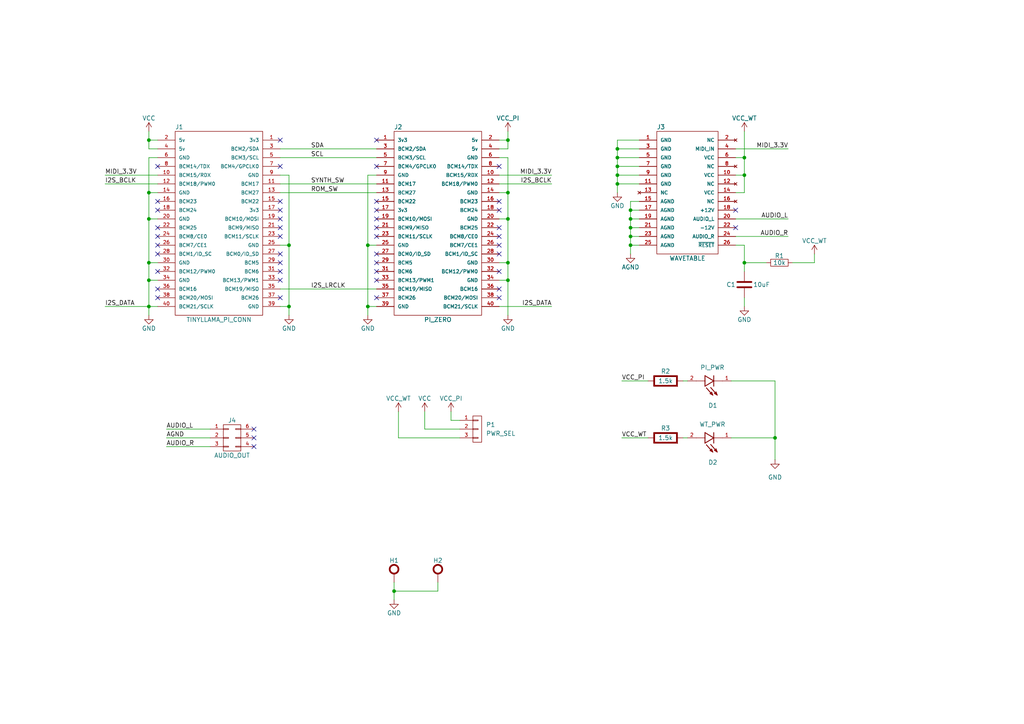
<source format=kicad_sch>
(kicad_sch (version 20231120) (generator "eeschema") (generator_version "8.0")
  (paper "A4")
  (lib_symbols
    (symbol "LTST-S220KSKT_1" (pin_names (offset 1.016))
      (property "Reference" "D1" (at -0.254 7.112 0))
      (property "Value" "PI_PWR" (at -0.381 -3.914 0))
      (symbol "LTST-S220KSKT_1_0_0"
        (polyline (pts (xy -2.54 -1.524) (xy 0 0)) (stroke (width 0.254)))
        (polyline (pts (xy -2.54 0) (xy -5.08 0)) (stroke (width 0.1524)))
        (polyline (pts (xy -2.54 0) (xy -2.54 -1.524)) (stroke (width 0.254)))
        (polyline (pts (xy -2.54 1.524) (xy -2.54 0)) (stroke (width 0.254)))
        (polyline (pts (xy -0.3556 4.0386) (xy -2.1336 2.0066)) (stroke (width 0.254)))
        (polyline (pts (xy 0 0) (xy -2.54 1.524)) (stroke (width 0.254)))
        (polyline (pts (xy 0 0) (xy 0 -1.524)) (stroke (width 0.254)))
        (polyline (pts (xy 0 1.524) (xy 0 0)) (stroke (width 0.254)))
        (polyline (pts (xy 0.889 3.937) (xy -0.889 1.905)) (stroke (width 0.254)))
        (polyline (pts (xy 2.54 0) (xy 0 0)) (stroke (width 0.1524)))
        (polyline (pts (xy -1.143 3.683) (xy -0.5715 3.175) (xy -0.1905 4.191) (xy -1.143 3.683)) (stroke (width 0.1524)) (fill (type outline)))
        (polyline (pts (xy 0.127 3.6195) (xy 0.6985 3.1115) (xy 1.0795 4.191) (xy 0.127 3.6195)) (stroke (width 0.1524)) (fill (type outline)))
      )
      (symbol "LTST-S220KSKT_1_1_0"
        (pin passive line (at 5.08 0 180) (length 2.54) (name "") (number "1"))
        (pin passive line (at -7.62 0 0) (length 2.54) (name "~") (number "2"))
      )
    )
    (symbol "PCM_Elektuur:R" (pin_numbers hide) (pin_names (offset 0) hide)
      (property "Reference" "R" (at 2.54 3.175 0))
      (property "Value" "R" (at 0 0 90))
      (symbol "R_1_1"
        (polyline (pts (xy -1.524 -3.429) (xy 1.524 -3.429) (xy 1.524 3.429) (xy -1.524 3.429) (xy -1.524 -3.429) (xy -1.27 -3.175) (xy -1.27 3.175) (xy 1.27 3.175) (xy 1.27 -3.175) (xy -1.27 -3.175) (xy -1.524 -3.429)) (stroke (width 0.254)) (fill (type outline)))
        (pin passive line (at 0 5.08 270) (length 1.651) (name "+") (number "1"))
        (pin passive line (at 0 -5.08 90) (length 1.651) (name "-") (number "2"))
      )
      (symbol "R_1_2"
        (polyline (pts (xy -0.508 -3.429) (xy 1.524 -3.429) (xy 1.524 3.429) (xy -0.508 3.429) (xy -0.508 3.175) (xy 1.27 3.175) (xy 1.27 -3.175) (xy -0.508 -3.175) (xy -0.508 -3.429)) (stroke (width 0.254)) (fill (type outline)))
        (pin passive line (at 0 5.08 270) (length 1.651) (name "+") (number "1"))
        (pin passive line (at 0 -5.08 90) (length 1.651) (name "-") (number "2"))
      )
      (symbol "R_1_3"
        (polyline (pts (xy 0 3.4798) (xy 0 3.2004) (xy 0.7112 2.794) (xy -1.1938 1.6764) (xy 0.7112 0.5588) (xy -1.1938 -0.5588) (xy 0.7112 -1.6764) (xy -1.1938 -2.794) (xy 0 -3.4798) (xy 0 -3.2004) (xy -0.7112 -2.794) (xy 1.1938 -1.6764) (xy -0.7112 -0.5588) (xy 1.1938 0.5588) (xy -0.7112 1.6764) (xy 1.1938 2.794) (xy 0 3.4798)) (stroke (width 0.254)) (fill (type outline)))
        (pin passive line (at 0 5.08 270) (length 1.6002) (name "+") (number "1"))
        (pin passive line (at 0 -5.08 90) (length 1.6002) (name "-") (number "2"))
      )
      (symbol "R_1_4"
        (polyline (pts (xy 0 4.5466) (xy 0 4.2672) (xy 0.0508 4.2418) (xy 1.016 3.683) (xy -1.524 2.2098) (xy 1.016 0.7366) (xy -1.524 -0.7366) (xy 1.016 -2.2098) (xy -1.524 -3.683) (xy -0.0762 -4.5212) (xy 0 -4.5466) (xy 0 -4.2672) (xy -0.0508 -4.2418) (xy -1.016 -3.683) (xy 1.524 -2.2098) (xy -1.016 -0.7366) (xy 1.524 0.7366) (xy -1.016 2.2098) (xy 1.524 3.683) (xy 0.0762 4.5212) (xy 0 4.5466)) (stroke (width 0.254)) (fill (type outline)))
        (pin passive line (at 0 5.08 270) (length 0.5334) (name "+") (number "1"))
        (pin passive line (at 0 -5.08 90) (length 0.5334) (name "-") (number "2"))
      )
    )
    (symbol "SnipE Symbol Library:LTST-S220KSKT" (pin_names (offset 1.016))
      (property "Reference" "D1" (at -0.254 7.112 0))
      (property "Value" "PI_PWR" (at -0.381 -3.914 0))
      (symbol "LTST-S220KSKT_0_0"
        (polyline (pts (xy -2.54 -1.524) (xy 0 0)) (stroke (width 0.254)))
        (polyline (pts (xy -2.54 0) (xy -5.08 0)) (stroke (width 0.1524)))
        (polyline (pts (xy -2.54 0) (xy -2.54 -1.524)) (stroke (width 0.254)))
        (polyline (pts (xy -2.54 1.524) (xy -2.54 0)) (stroke (width 0.254)))
        (polyline (pts (xy -0.3556 4.0386) (xy -2.1336 2.0066)) (stroke (width 0.254)))
        (polyline (pts (xy 0 0) (xy -2.54 1.524)) (stroke (width 0.254)))
        (polyline (pts (xy 0 0) (xy 0 -1.524)) (stroke (width 0.254)))
        (polyline (pts (xy 0 1.524) (xy 0 0)) (stroke (width 0.254)))
        (polyline (pts (xy 0.889 3.937) (xy -0.889 1.905)) (stroke (width 0.254)))
        (polyline (pts (xy 2.54 0) (xy 0 0)) (stroke (width 0.1524)))
        (polyline (pts (xy -1.143 3.683) (xy -0.5715 3.175) (xy -0.1905 4.191) (xy -1.143 3.683)) (stroke (width 0.1524)) (fill (type outline)))
        (polyline (pts (xy 0.127 3.6195) (xy 0.6985 3.1115) (xy 1.0795 4.191) (xy 0.127 3.6195)) (stroke (width 0.1524)) (fill (type outline)))
      )
      (symbol "LTST-S220KSKT_1_0"
        (pin passive line (at 5.08 0 180) (length 2.54) (name "") (number "1"))
        (pin passive line (at -7.62 0 0) (length 2.54) (name "~") (number "2"))
      )
    )
    (symbol "SnipE Symbol Library:P_CONN_01X03" (pin_names (offset 1.016))
      (property "Reference" "P" (at 0 5.08 0))
      (property "Value" "P_CONN_01X03" (at 2.54 0 90))
      (symbol "P_CONN_01X03_0_1"
        (rectangle (start -1.27 3.81) (end 1.27 -3.81) (stroke (width 0.1524)))
      )
      (symbol "P_CONN_01X03_1_1"
        (rectangle (start -1.27 -2.413) (end 0.254 -2.667))
        (rectangle (start -1.27 0.127) (end 0.254 -0.127))
        (rectangle (start -1.27 2.667) (end 0.254 2.413))
        (pin passive line (at -5.08 2.54 0) (length 3.81) (name "~") (number "1"))
        (pin passive line (at -5.08 0 0) (length 3.81) (name "~") (number "2"))
        (pin passive line (at -5.08 -2.54 0) (length 3.81) (name "~") (number "3"))
      )
    )
    (symbol "llama_shared:AGND" (power) (pin_names (offset 0))
      (property "Value" "AGND" (at 0 -3.81 0))
      (symbol "AGND_1_1"
        (polyline (pts (xy 0 0) (xy 0 -1.27) (xy 1.27 -1.27) (xy 0 -2.54) (xy -1.27 -1.27) (xy 0 -1.27)))
        (pin power_in line (at 0 0 270) (length 0) hide (name "AGND") (number "1"))
      )
    )
    (symbol "llama_shared:C" (pin_numbers hide) (pin_names (offset 1.016))
      (property "Reference" "C" (at 2.54 -1.27 0))
      (property "Value" "C" (at 2.54 1.27 0))
      (symbol "C_1_1"
        (polyline (pts (xy -2.032 -0.762) (xy 2.032 -0.762)) (stroke (width 0.508)))
        (polyline (pts (xy -2.032 0.762) (xy 2.032 0.762)) (stroke (width 0.508)))
        (pin passive line (at 0 3.81 270) (length 2.794) (name "~") (number "1"))
        (pin passive line (at 0 -3.81 90) (length 2.794) (name "~") (number "2"))
      )
    )
    (symbol "llama_shared:GND" (power) (pin_names (offset 0))
      (property "Value" "GND" (at 0 -3.81 0))
      (symbol "GND_1_1"
        (polyline (pts (xy 0 0) (xy 0 -1.27) (xy 1.27 -1.27) (xy 0 -2.54) (xy -1.27 -1.27) (xy 0 -1.27)))
        (pin power_in line (at 0 0 270) (length 0) hide (name "GND") (number "1"))
      )
    )
    (symbol "llama_shared:H_HOLE" (pin_numbers hide) (pin_names (offset 1.016) hide)
      (property "Reference" "H" (at 0 2.54 0))
      (property "Value" "H_HOLE" (at 0 -8.89 0))
      (symbol "H_HOLE_1_1"
        (circle (center 0 0) (radius 1.27) (stroke (width 0.508)))
        (pin passive line (at 0 -3.81 90) (length 2.54) (name "1") (number "1"))
      )
    )
    (symbol "llama_shared:J_PI_ZERO" (pin_names (offset 1.016))
      (property "Reference" "J" (at -11.43 27.94 0))
      (property "Value" "J_PI_ZERO" (at 0 -27.94 0))
      (symbol "J_PI_ZERO_1_1"
        (rectangle (start -12.7 26.67) (end 12.7 -26.67))
        (pin passive line (at -17.78 24.13 0) (length 5.08) (name "3v3") (number "1"))
        (pin passive line (at 17.78 13.97 180) (length 5.08) (name "BCM15/RDX") (number "10"))
        (pin passive line (at -17.78 11.43 0) (length 5.08) (name "BCM17") (number "11"))
        (pin passive line (at 17.78 11.43 180) (length 5.08) (name "BCM18/PWM0") (number "12"))
        (pin passive line (at -17.78 8.89 0) (length 5.08) (name "BCM27") (number "13"))
        (pin passive line (at 17.78 8.89 180) (length 5.08) (name "GND") (number "14"))
        (pin passive line (at -17.78 6.35 0) (length 5.08) (name "BCM22") (number "15"))
        (pin passive line (at 17.78 6.35 180) (length 5.08) (name "BCM23") (number "16"))
        (pin passive line (at -17.78 3.81 0) (length 5.08) (name "3v3") (number "17"))
        (pin passive line (at 17.78 3.81 180) (length 5.08) (name "BCM24") (number "18"))
        (pin passive line (at -17.78 1.27 0) (length 5.08) (name "BCM10/MOSI") (number "19"))
        (pin passive line (at 17.78 24.13 180) (length 5.08) (name "5v") (number "2"))
        (pin passive line (at 17.78 1.27 180) (length 5.08) (name "GND") (number "20"))
        (pin passive line (at -17.78 -1.27 0) (length 5.08) (name "BCM9/MISO") (number "21"))
        (pin passive line (at 17.78 -1.27 180) (length 5.08) (name "BCM25") (number "22"))
        (pin passive line (at -17.78 -3.81 0) (length 5.08) (name "BCM11/SCLK") (number "23"))
        (pin passive line (at 17.78 -3.81 180) (length 5.08) (name "BCM8/CE0") (number "24"))
        (pin passive line (at -17.78 -6.35 0) (length 5.08) (name "GND") (number "25"))
        (pin passive line (at 17.78 -6.35 180) (length 5.08) (name "BCM7/CE1") (number "26"))
        (pin passive line (at -17.78 -8.89 0) (length 5.08) (name "BCM0/ID_SD") (number "27"))
        (pin passive line (at 17.78 -8.89 180) (length 5.08) (name "BCM1/ID_SC") (number "28"))
        (pin passive line (at -17.78 -11.43 0) (length 5.08) (name "BCM5") (number "29"))
        (pin passive line (at -17.78 21.59 0) (length 5.08) (name "BCM2/SDA") (number "3"))
        (pin passive line (at 17.78 -11.43 180) (length 5.08) (name "GND") (number "30"))
        (pin passive line (at -17.78 -13.97 0) (length 5.08) (name "BCM6") (number "31"))
        (pin passive line (at 17.78 -13.97 180) (length 5.08) (name "BCM12/PWM0") (number "32"))
        (pin passive line (at -17.78 -16.51 0) (length 5.08) (name "BCM13/PWM1") (number "33"))
        (pin passive line (at 17.78 -16.51 180) (length 5.08) (name "GND") (number "34"))
        (pin passive line (at -17.78 -19.05 0) (length 5.08) (name "BCM19/MISO") (number "35"))
        (pin passive line (at 17.78 -19.05 180) (length 5.08) (name "BCM16") (number "36"))
        (pin passive line (at -17.78 -21.59 0) (length 5.08) (name "BCM26") (number "37"))
        (pin passive line (at 17.78 -21.59 180) (length 5.08) (name "BCM20/MOSI") (number "38"))
        (pin passive line (at -17.78 -24.13 0) (length 5.08) (name "GND") (number "39"))
        (pin passive line (at 17.78 21.59 180) (length 5.08) (name "5v") (number "4"))
        (pin passive line (at 17.78 -24.13 180) (length 5.08) (name "BCM21/SCLK") (number "40"))
        (pin passive line (at -17.78 19.05 0) (length 5.08) (name "BCM3/SCL") (number "5"))
        (pin passive line (at 17.78 19.05 180) (length 5.08) (name "GND") (number "6"))
        (pin passive line (at -17.78 16.51 0) (length 5.08) (name "BCM4/GPCLK0") (number "7"))
        (pin passive line (at 17.78 16.51 180) (length 5.08) (name "BCM14/TDX") (number "8"))
        (pin passive line (at -17.78 13.97 0) (length 5.08) (name "GND") (number "9"))
      )
    )
    (symbol "llama_shared:J_PI_ZERO_MIRRORED" (pin_names (offset 1.016))
      (property "Reference" "J" (at -11.43 27.94 0))
      (property "Value" "J_PI_ZERO_MIRRORED" (at 0 -27.94 0))
      (symbol "J_PI_ZERO_MIRRORED_1_1"
        (rectangle (start -12.7 26.67) (end 12.7 -26.67))
        (pin passive line (at 17.78 24.13 180) (length 5.08) (name "3v3") (number "1"))
        (pin passive line (at -17.78 13.97 0) (length 5.08) (name "BCM15/RDX") (number "10"))
        (pin passive line (at 17.78 11.43 180) (length 5.08) (name "BCM17") (number "11"))
        (pin passive line (at -17.78 11.43 0) (length 5.08) (name "BCM18/PWM0") (number "12"))
        (pin passive line (at 17.78 8.89 180) (length 5.08) (name "BCM27") (number "13"))
        (pin passive line (at -17.78 8.89 0) (length 5.08) (name "GND") (number "14"))
        (pin passive line (at 17.78 6.35 180) (length 5.08) (name "BCM22") (number "15"))
        (pin passive line (at -17.78 6.35 0) (length 5.08) (name "BCM23") (number "16"))
        (pin passive line (at 17.78 3.81 180) (length 5.08) (name "3v3") (number "17"))
        (pin passive line (at -17.78 3.81 0) (length 5.08) (name "BCM24") (number "18"))
        (pin passive line (at 17.78 1.27 180) (length 5.08) (name "BCM10/MOSI") (number "19"))
        (pin passive line (at -17.78 24.13 0) (length 5.08) (name "5v") (number "2"))
        (pin passive line (at -17.78 1.27 0) (length 5.08) (name "GND") (number "20"))
        (pin passive line (at 17.78 -1.27 180) (length 5.08) (name "BCM9/MISO") (number "21"))
        (pin passive line (at -17.78 -1.27 0) (length 5.08) (name "BCM25") (number "22"))
        (pin passive line (at 17.78 -3.81 180) (length 5.08) (name "BCM11/SCLK") (number "23"))
        (pin passive line (at -17.78 -3.81 0) (length 5.08) (name "BCM8/CE0") (number "24"))
        (pin passive line (at 17.78 -6.35 180) (length 5.08) (name "GND") (number "25"))
        (pin passive line (at -17.78 -6.35 0) (length 5.08) (name "BCM7/CE1") (number "26"))
        (pin passive line (at 17.78 -8.89 180) (length 5.08) (name "BCM0/ID_SD") (number "27"))
        (pin passive line (at -17.78 -8.89 0) (length 5.08) (name "BCM1/ID_SC") (number "28"))
        (pin passive line (at 17.78 -11.43 180) (length 5.08) (name "BCM5") (number "29"))
        (pin passive line (at 17.78 21.59 180) (length 5.08) (name "BCM2/SDA") (number "3"))
        (pin passive line (at -17.78 -11.43 0) (length 5.08) (name "GND") (number "30"))
        (pin passive line (at 17.78 -13.97 180) (length 5.08) (name "BCM6") (number "31"))
        (pin passive line (at -17.78 -13.97 0) (length 5.08) (name "BCM12/PWM0") (number "32"))
        (pin passive line (at 17.78 -16.51 180) (length 5.08) (name "BCM13/PWM1") (number "33"))
        (pin passive line (at -17.78 -16.51 0) (length 5.08) (name "GND") (number "34"))
        (pin passive line (at 17.78 -19.05 180) (length 5.08) (name "BCM19/MISO") (number "35"))
        (pin passive line (at -17.78 -19.05 0) (length 5.08) (name "BCM16") (number "36"))
        (pin passive line (at 17.78 -21.59 180) (length 5.08) (name "BCM26") (number "37"))
        (pin passive line (at -17.78 -21.59 0) (length 5.08) (name "BCM20/MOSI") (number "38"))
        (pin passive line (at 17.78 -24.13 180) (length 5.08) (name "GND") (number "39"))
        (pin passive line (at -17.78 21.59 0) (length 5.08) (name "5v") (number "4"))
        (pin passive line (at -17.78 -24.13 0) (length 5.08) (name "BCM21/SCLK") (number "40"))
        (pin passive line (at 17.78 19.05 180) (length 5.08) (name "BCM3/SCL") (number "5"))
        (pin passive line (at -17.78 19.05 0) (length 5.08) (name "GND") (number "6"))
        (pin passive line (at 17.78 16.51 180) (length 5.08) (name "BCM4/GPCLK0") (number "7"))
        (pin passive line (at -17.78 16.51 0) (length 5.08) (name "BCM14/TDX") (number "8"))
        (pin passive line (at 17.78 13.97 180) (length 5.08) (name "GND") (number "9"))
      )
    )
    (symbol "llama_shared:J_WAVETABLE" (pin_names (offset 1.016))
      (property "Reference" "J" (at -7.62 19.05 0))
      (property "Value" "J_WAVETABLE" (at 0 -19.05 0))
      (symbol "J_WAVETABLE_1_1"
        (rectangle (start -8.89 17.78) (end 8.89 -17.78))
        (pin passive line (at -13.97 15.24 0) (length 5.08) (name "GND") (number "1"))
        (pin passive line (at 13.97 5.08 180) (length 5.08) (name "VCC") (number "10"))
        (pin passive line (at -13.97 2.54 0) (length 5.08) (name "GND") (number "11"))
        (pin no_connect line (at 13.97 2.54 180) (length 5.08) (name "NC") (number "12"))
        (pin no_connect line (at -13.97 0 0) (length 5.08) (name "NC") (number "13"))
        (pin passive line (at 13.97 0 180) (length 5.08) (name "VCC") (number "14"))
        (pin passive line (at -13.97 -2.54 0) (length 5.08) (name "AGND") (number "15"))
        (pin no_connect line (at 13.97 -2.54 180) (length 5.08) (name "NC") (number "16"))
        (pin passive line (at -13.97 -5.08 0) (length 5.08) (name "AGND") (number "17"))
        (pin passive line (at 13.97 -5.08 180) (length 5.08) (name "+12V") (number "18"))
        (pin passive line (at -13.97 -7.62 0) (length 5.08) (name "AGND") (number "19"))
        (pin no_connect line (at 13.97 15.24 180) (length 5.08) (name "NC") (number "2"))
        (pin passive line (at 13.97 -7.62 180) (length 5.08) (name "AUDIO_L") (number "20"))
        (pin passive line (at -13.97 -10.16 0) (length 5.08) (name "AGND") (number "21"))
        (pin passive line (at 13.97 -10.16 180) (length 5.08) (name "-12V") (number "22"))
        (pin passive line (at -13.97 -12.7 0) (length 5.08) (name "AGND") (number "23"))
        (pin passive line (at 13.97 -12.7 180) (length 5.08) (name "AUDIO_R") (number "24"))
        (pin passive line (at -13.97 -15.24 0) (length 5.08) (name "AGND") (number "25"))
        (pin passive line (at 13.97 -15.24 180) (length 5.08) (name "~{RESET}") (number "26"))
        (pin passive line (at -13.97 12.7 0) (length 5.08) (name "GND") (number "3"))
        (pin passive line (at 13.97 12.7 180) (length 5.08) (name "MIDI_IN") (number "4"))
        (pin passive line (at -13.97 10.16 0) (length 5.08) (name "GND") (number "5"))
        (pin passive line (at 13.97 10.16 180) (length 5.08) (name "VCC") (number "6"))
        (pin passive line (at -13.97 7.62 0) (length 5.08) (name "GND") (number "7"))
        (pin no_connect line (at 13.97 7.62 180) (length 5.08) (name "NC") (number "8"))
        (pin passive line (at -13.97 5.08 0) (length 5.08) (name "GND") (number "9"))
      )
    )
    (symbol "llama_shared:P_CONN_02X03" (pin_names (offset 1.016))
      (property "Reference" "P" (at -1.27 5.08 0))
      (property "Value" "P_CONN_02X03" (at 0 -5.08 0))
      (symbol "P_CONN_02X03_0_1"
        (rectangle (start -2.54 3.81) (end 2.54 -3.81) (stroke (width 0.1524)))
      )
      (symbol "P_CONN_02X03_1_1"
        (rectangle (start -2.54 -2.413) (end -1.016 -2.667))
        (rectangle (start -2.54 0.127) (end -1.016 -0.127))
        (rectangle (start -2.54 2.667) (end -1.016 2.413))
        (rectangle (start 1.016 -2.413) (end 2.54 -2.667))
        (rectangle (start 1.016 0.127) (end 2.54 -0.127))
        (rectangle (start 1.016 2.667) (end 2.54 2.413))
        (pin passive line (at -6.35 2.54 0) (length 3.81) (name "~") (number "1"))
        (pin passive line (at -6.35 0 0) (length 3.81) (name "~") (number "2"))
        (pin passive line (at -6.35 -2.54 0) (length 3.81) (name "~") (number "3"))
        (pin passive line (at 6.35 -2.54 180) (length 3.81) (name "~") (number "4"))
        (pin passive line (at 6.35 0 180) (length 3.81) (name "~") (number "5"))
        (pin passive line (at 6.35 2.54 180) (length 3.81) (name "~") (number "6"))
      )
    )
    (symbol "llama_shared:R" (pin_numbers hide) (pin_names (offset 0))
      (property "Reference" "R" (at 1.27 1.27 0))
      (property "Value" "R" (at 1.27 -1.27 0))
      (symbol "R_1_1"
        (rectangle (start -1.016 -2.54) (end 1.016 2.54) (stroke (width 0.1524)))
        (pin passive line (at 0 3.81 270) (length 1.27) (name "~") (number "1"))
        (pin passive line (at 0 -3.81 90) (length 1.27) (name "~") (number "2"))
      )
    )
    (symbol "llama_shared:VCC" (power) (pin_names (offset 0))
      (property "Value" "VCC" (at 0 3.81 0))
      (symbol "VCC_1_1"
        (polyline (pts (xy -0.762 1.27) (xy 0 2.54)))
        (polyline (pts (xy 0 0) (xy 0 2.54)))
        (polyline (pts (xy 0 2.54) (xy 0.762 1.27)))
        (pin power_in line (at 0 0 90) (length 0) hide (name "VCC") (number "1"))
      )
    )
    (symbol "llama_shared:VCC_PI" (power) (pin_names (offset 0))
      (property "Value" "VCC_PI" (at 0 3.81 0))
      (symbol "VCC_PI_1_1"
        (polyline (pts (xy -0.762 1.27) (xy 0 2.54)))
        (polyline (pts (xy 0 0) (xy 0 2.54)))
        (polyline (pts (xy 0 2.54) (xy 0.762 1.27)))
        (pin power_in line (at 0 0 90) (length 0) hide (name "VCC_PI") (number "1"))
      )
    )
    (symbol "llama_shared:VCC_WT" (power) (pin_names (offset 0))
      (property "Value" "VCC_WT" (at 0 3.81 0))
      (symbol "VCC_WT_1_1"
        (polyline (pts (xy -0.762 1.27) (xy 0 2.54)))
        (polyline (pts (xy 0 0) (xy 0 2.54)))
        (polyline (pts (xy 0 2.54) (xy 0.762 1.27)))
        (pin power_in line (at 0 0 90) (length 0) hide (name "VCC_WT") (number "1"))
      )
    )
    (symbol "power:GND" (power) (pin_numbers hide) (pin_names (offset 0) hide)
      (property "Value" "GND" (at 0 -3.81 0))
      (symbol "GND_0_1"
        (polyline (pts (xy 0 0) (xy 0 -1.27) (xy 1.27 -1.27) (xy 0 -2.54) (xy -1.27 -1.27) (xy 0 -1.27)))
      )
      (symbol "GND_1_1"
        (pin power_in line (at 0 0 270) (length 0) (name "~") (number "1"))
      )
    )
  )
  (junction (at 182.88 68.58))
  (junction (at 182.88 66.04))
  (junction (at 43.18 81.28))
  (junction (at 83.82 71.12))
  (junction (at 114.3 171.45))
  (junction (at 179.07 50.8))
  (junction (at 224.79 127))
  (junction (at 182.88 71.12))
  (junction (at 182.88 63.5))
  (junction (at 179.07 53.34))
  (junction (at 43.18 40.64))
  (junction (at 179.07 43.18))
  (junction (at 43.18 55.88))
  (junction (at 83.82 88.9))
  (junction (at 147.32 63.5))
  (junction (at 43.18 76.2))
  (junction (at 147.32 81.28))
  (junction (at 215.9 76.2))
  (junction (at 179.07 48.26))
  (junction (at 106.68 88.9))
  (junction (at 43.18 63.5))
  (junction (at 179.07 45.72))
  (junction (at 182.88 60.96))
  (junction (at 147.32 40.64))
  (junction (at 215.9 45.72))
  (junction (at 43.18 88.9))
  (junction (at 106.68 71.12))
  (junction (at 215.9 50.8))
  (junction (at 147.32 76.2))
  (junction (at 147.32 55.88))
  (no_connect (at 109.22 73.66))
  (no_connect (at 73.66 127))
  (no_connect (at 81.28 81.28))
  (no_connect (at 45.72 48.26))
  (no_connect (at 144.78 83.82))
  (no_connect (at 144.78 60.96))
  (no_connect (at 81.28 58.42))
  (no_connect (at 144.78 86.36))
  (no_connect (at 73.66 129.54))
  (no_connect (at 144.78 73.66))
  (no_connect (at 81.28 68.58))
  (no_connect (at 144.78 58.42))
  (no_connect (at 45.72 71.12))
  (no_connect (at 109.22 63.5))
  (no_connect (at 109.22 76.2))
  (no_connect (at 144.78 78.74))
  (no_connect (at 45.72 83.82))
  (no_connect (at 81.28 40.64))
  (no_connect (at 213.36 66.04))
  (no_connect (at 144.78 68.58))
  (no_connect (at 213.36 60.96))
  (no_connect (at 45.72 66.04))
  (no_connect (at 144.78 71.12))
  (no_connect (at 81.28 48.26))
  (no_connect (at 81.28 73.66))
  (no_connect (at 45.72 78.74))
  (no_connect (at 81.28 78.74))
  (no_connect (at 81.28 63.5))
  (no_connect (at 45.72 60.96))
  (no_connect (at 109.22 40.64))
  (no_connect (at 109.22 66.04))
  (no_connect (at 81.28 86.36))
  (no_connect (at 81.28 66.04))
  (no_connect (at 109.22 86.36))
  (no_connect (at 81.28 76.2))
  (no_connect (at 144.78 66.04))
  (no_connect (at 109.22 68.58))
  (no_connect (at 45.72 58.42))
  (no_connect (at 81.28 60.96))
  (no_connect (at 144.78 48.26))
  (no_connect (at 73.66 124.46))
  (no_connect (at 45.72 86.36))
  (no_connect (at 109.22 81.28))
  (no_connect (at 109.22 48.26))
  (no_connect (at 45.72 73.66))
  (no_connect (at 109.22 78.74))
  (no_connect (at 109.22 60.96))
  (no_connect (at 45.72 68.58))
  (no_connect (at 109.22 58.42))
  (wire (pts (xy 43.18 88.9) (xy 45.72 88.9)))
  (wire (pts (xy 133.35 121.92) (xy 130.81 121.92)))
  (wire (pts (xy 106.68 88.9) (xy 109.22 88.9)))
  (wire (pts (xy 48.26 124.46) (xy 60.96 124.46)))
  (wire (pts (xy 144.78 43.18) (xy 147.32 43.18)))
  (wire (pts (xy 106.68 71.12) (xy 109.22 71.12)))
  (wire (pts (xy 147.32 45.72) (xy 147.32 55.88)))
  (wire (pts (xy 179.07 53.34) (xy 179.07 55.88)))
  (wire (pts (xy 213.36 63.5) (xy 228.6 63.5)))
  (wire (pts (xy 179.07 50.8) (xy 179.07 53.34)))
  (wire (pts (xy 81.28 43.18) (xy 109.22 43.18)))
  (wire (pts (xy 106.68 50.8) (xy 106.68 71.12)))
  (wire (pts (xy 229.87 76.2) (xy 236.22 76.2)))
  (wire (pts (xy 179.07 45.72) (xy 179.07 48.26)))
  (wire (pts (xy 179.07 48.26) (xy 179.07 50.8)))
  (wire (pts (xy 81.28 71.12) (xy 83.82 71.12)))
  (wire (pts (xy 83.82 71.12) (xy 83.82 88.9)))
  (wire (pts (xy 123.19 119.38) (xy 123.19 124.46)))
  (wire (pts (xy 182.88 58.42) (xy 182.88 60.96)))
  (wire (pts (xy 147.32 76.2) (xy 144.78 76.2)))
  (wire (pts (xy 147.32 55.88) (xy 147.32 63.5)))
  (wire (pts (xy 48.26 129.54) (xy 60.96 129.54)))
  (wire (pts (xy 30.48 53.34) (xy 45.72 53.34)))
  (wire (pts (xy 198.12 127) (xy 199.39 127)))
  (wire (pts (xy 81.28 83.82) (xy 109.22 83.82)))
  (wire (pts (xy 83.82 88.9) (xy 83.82 91.44)))
  (wire (pts (xy 81.28 88.9) (xy 83.82 88.9)))
  (wire (pts (xy 147.32 76.2) (xy 147.32 81.28)))
  (wire (pts (xy 147.32 43.18) (xy 147.32 40.64)))
  (wire (pts (xy 43.18 40.64) (xy 43.18 43.18)))
  (wire (pts (xy 185.42 68.58) (xy 182.88 68.58)))
  (wire (pts (xy 185.42 66.04) (xy 182.88 66.04)))
  (wire (pts (xy 43.18 63.5) (xy 45.72 63.5)))
  (wire (pts (xy 180.34 110.49) (xy 187.96 110.49)))
  (wire (pts (xy 185.42 40.64) (xy 179.07 40.64)))
  (wire (pts (xy 182.88 68.58) (xy 182.88 71.12)))
  (wire (pts (xy 133.35 124.46) (xy 123.19 124.46)))
  (wire (pts (xy 30.48 88.9) (xy 43.18 88.9)))
  (wire (pts (xy 115.57 119.38) (xy 115.57 127)))
  (wire (pts (xy 81.28 50.8) (xy 83.82 50.8)))
  (wire (pts (xy 147.32 63.5) (xy 144.78 63.5)))
  (wire (pts (xy 114.3 171.45) (xy 114.3 173.99)))
  (wire (pts (xy 160.02 53.34) (xy 144.78 53.34)))
  (wire (pts (xy 48.26 127) (xy 60.96 127)))
  (wire (pts (xy 147.32 81.28) (xy 144.78 81.28)))
  (wire (pts (xy 114.3 168.91) (xy 114.3 171.45)))
  (wire (pts (xy 185.42 48.26) (xy 179.07 48.26)))
  (wire (pts (xy 81.28 55.88) (xy 109.22 55.88)))
  (wire (pts (xy 236.22 76.2) (xy 236.22 73.66)))
  (wire (pts (xy 81.28 53.34) (xy 109.22 53.34)))
  (wire (pts (xy 83.82 50.8) (xy 83.82 71.12)))
  (wire (pts (xy 144.78 50.8) (xy 160.02 50.8)))
  (wire (pts (xy 185.42 53.34) (xy 179.07 53.34)))
  (wire (pts (xy 182.88 60.96) (xy 182.88 63.5)))
  (wire (pts (xy 185.42 71.12) (xy 182.88 71.12)))
  (wire (pts (xy 43.18 38.1) (xy 43.18 40.64)))
  (wire (pts (xy 185.42 58.42) (xy 182.88 58.42)))
  (wire (pts (xy 213.36 43.18) (xy 228.6 43.18)))
  (wire (pts (xy 182.88 63.5) (xy 182.88 66.04)))
  (wire (pts (xy 215.9 38.1) (xy 215.9 45.72)))
  (wire (pts (xy 147.32 38.1) (xy 147.32 40.64)))
  (wire (pts (xy 179.07 43.18) (xy 179.07 45.72)))
  (wire (pts (xy 147.32 63.5) (xy 147.32 76.2)))
  (wire (pts (xy 215.9 76.2) (xy 215.9 78.74)))
  (wire (pts (xy 213.36 45.72) (xy 215.9 45.72)))
  (wire (pts (xy 144.78 45.72) (xy 147.32 45.72)))
  (wire (pts (xy 180.34 127) (xy 187.96 127)))
  (wire (pts (xy 43.18 76.2) (xy 45.72 76.2)))
  (wire (pts (xy 30.48 50.8) (xy 45.72 50.8)))
  (wire (pts (xy 43.18 76.2) (xy 43.18 81.28)))
  (wire (pts (xy 185.42 50.8) (xy 179.07 50.8)))
  (wire (pts (xy 115.57 127) (xy 133.35 127)))
  (wire (pts (xy 81.28 45.72) (xy 109.22 45.72)))
  (wire (pts (xy 43.18 55.88) (xy 43.18 63.5)))
  (wire (pts (xy 185.42 60.96) (xy 182.88 60.96)))
  (wire (pts (xy 213.36 50.8) (xy 215.9 50.8)))
  (wire (pts (xy 106.68 88.9) (xy 106.68 91.44)))
  (wire (pts (xy 215.9 76.2) (xy 222.25 76.2)))
  (wire (pts (xy 212.09 110.49) (xy 224.79 110.49)))
  (wire (pts (xy 130.81 119.38) (xy 130.81 121.92)))
  (wire (pts (xy 213.36 71.12) (xy 215.9 71.12)))
  (wire (pts (xy 215.9 55.88) (xy 215.9 50.8)))
  (wire (pts (xy 43.18 45.72) (xy 43.18 55.88)))
  (wire (pts (xy 147.32 55.88) (xy 144.78 55.88)))
  (wire (pts (xy 45.72 45.72) (xy 43.18 45.72)))
  (wire (pts (xy 213.36 68.58) (xy 228.6 68.58)))
  (wire (pts (xy 215.9 71.12) (xy 215.9 76.2)))
  (wire (pts (xy 45.72 40.64) (xy 43.18 40.64)))
  (wire (pts (xy 160.02 88.9) (xy 144.78 88.9)))
  (wire (pts (xy 43.18 63.5) (xy 43.18 76.2)))
  (wire (pts (xy 182.88 71.12) (xy 182.88 73.66)))
  (wire (pts (xy 109.22 50.8) (xy 106.68 50.8)))
  (wire (pts (xy 224.79 110.49) (xy 224.79 127)))
  (wire (pts (xy 43.18 43.18) (xy 45.72 43.18)))
  (wire (pts (xy 185.42 43.18) (xy 179.07 43.18)))
  (wire (pts (xy 179.07 40.64) (xy 179.07 43.18)))
  (wire (pts (xy 147.32 81.28) (xy 147.32 91.44)))
  (wire (pts (xy 43.18 55.88) (xy 45.72 55.88)))
  (wire (pts (xy 215.9 50.8) (xy 215.9 45.72)))
  (wire (pts (xy 213.36 55.88) (xy 215.9 55.88)))
  (wire (pts (xy 106.68 71.12) (xy 106.68 88.9)))
  (wire (pts (xy 114.3 171.45) (xy 127 171.45)))
  (wire (pts (xy 212.09 127) (xy 224.79 127)))
  (wire (pts (xy 43.18 81.28) (xy 45.72 81.28)))
  (wire (pts (xy 224.79 127) (xy 224.79 133.35)))
  (wire (pts (xy 127 171.45) (xy 127 168.91)))
  (wire (pts (xy 182.88 66.04) (xy 182.88 68.58)))
  (wire (pts (xy 185.42 63.5) (xy 182.88 63.5)))
  (wire (pts (xy 144.78 40.64) (xy 147.32 40.64)))
  (wire (pts (xy 185.42 45.72) (xy 179.07 45.72)))
  (wire (pts (xy 198.12 110.49) (xy 199.39 110.49)))
  (wire (pts (xy 43.18 88.9) (xy 43.18 91.44)))
  (wire (pts (xy 215.9 86.36) (xy 215.9 88.9)))
  (wire (pts (xy 43.18 81.28) (xy 43.18 88.9)))
  (label "MIDI_3.3V" (at 228.6 43.18 180))
  (label "SDA" (at 90.17 43.18 0))
  (label "I2S_BCLK" (at 30.48 53.34 0))
  (label "I2S_BCLK" (at 160.02 53.34 180))
  (label "SCL" (at 90.17 45.72 0))
  (label "AGND" (at 48.26 127 0))
  (label "I2S_DATA" (at 160.02 88.9 180))
  (label "AUDIO_L" (at 228.6 63.5 180))
  (label "AUDIO_R" (at 228.6 68.58 180))
  (label "I2S_LRCLK" (at 90.17 83.82 0))
  (label "VCC_WT" (at 180.34 127 0))
  (label "ROM_SW" (at 90.17 55.88 0))
  (label "AUDIO_L" (at 48.26 124.46 0))
  (label "MIDI_3.3V" (at 160.02 50.8 180))
  (label "VCC_PI" (at 180.34 110.49 0))
  (label "AUDIO_R" (at 48.26 129.54 0))
  (label "SYNTH_SW" (at 90.17 53.34 0))
  (label "MIDI_3.3V" (at 30.48 50.8 0))
  (label "I2S_DATA" (at 30.48 88.9 0))
  (symbol (lib_id "llama_shared:GND") (at 179.07 55.88 0) (unit 1)
    (property "Reference" "#PWR08" (effects (hide yes)))
    (property "Value" "GND" (at 179.07 59.69 0))
  )
  (symbol (lib_id "llama_shared:VCC_WT") (at 115.57 119.38 0) (mirror y) (unit 1)
    (property "Reference" "#PWR012" (effects (hide yes)))
    (property "Value" "VCC_WT" (at 115.57 115.57 0))
  )
  (symbol (lib_id "llama_shared:GND") (at 114.3 173.99 0) (unit 1)
    (property "Reference" "#PWR016" (effects (hide yes)))
    (property "Value" "GND" (at 114.3 177.8 0))
  )
  (symbol (lib_id "llama_shared:C") (at 215.9 82.55 0) (unit 1)
    (property "Reference" "C1" (at 213.36 82.55 0) (effects (justify right)))
    (property "Value" "10uF" (at 218.44 82.55 0) (effects (justify left)))
    (property "Footprint" "SnipE Footprints:C_0603_1608Metric" (effects (hide yes)))
  )
  (symbol (lib_id "PCM_Elektuur:R") (at 193.04 127 90) (unit 1)
    (property "Reference" "R3" (at 193.04 124.206 90))
    (property "Value" "1.5k" (at 193.04 127 90))
    (property "Footprint" "SnipE Footprints:R_0603_1608Metric" (effects (hide yes)))
    (property "Description" "resistor" (effects (hide yes)))
    (property "Indicator" "+" (effects (hide yes)))
    (property "Rating" "W" (effects (hide yes)))
  )
  (symbol (lib_id "llama_shared:H_HOLE") (at 127 165.1 0) (unit 1)
    (property "Reference" "H2" (at 127 162.56 0))
    (property "Value" "H_HOLE" (effects (hide yes)))
    (property "Footprint" "SnipE Footprints:H_440_HOLE" (effects (hide yes)))
  )
  (symbol (lib_id "llama_shared:P_CONN_02X03") (at 67.31 127 0) (unit 1)
    (property "Reference" "J4" (at 67.31 121.92 0))
    (property "Value" "AUDIO_OUT" (at 67.31 132.08 0))
    (property "Footprint" "SnipE Footprints:P_CONN_02X03_SMD" (effects (hide yes)))
  )
  (symbol (lib_id "llama_shared:H_HOLE") (at 114.3 165.1 0) (unit 1)
    (property "Reference" "H1" (at 114.3 162.56 0))
    (property "Value" "H_HOLE" (effects (hide yes)))
    (property "Footprint" "SnipE Footprints:H_440_HOLE" (effects (hide yes)))
  )
  (symbol (lib_id "llama_shared:R") (at 226.06 76.2 90) (unit 1)
    (property "Reference" "R1" (at 226.06 74.93 90) (effects (justify top)))
    (property "Value" "10k" (at 226.06 76.2 90))
    (property "Footprint" "SnipE Footprints:R_0603_1608Metric" (effects (hide yes)))
  )
  (symbol (lib_id "llama_shared:GND") (at 147.32 91.44 0) (unit 1)
    (property "Reference" "#PWR04" (effects (hide yes)))
    (property "Value" "GND" (at 147.32 95.25 0))
  )
  (symbol (lib_id "llama_shared:J_PI_ZERO_MIRRORED") (at 63.5 64.77 0) (unit 1)
    (property "Reference" "J1" (at 50.8 36.83 0) (effects (justify left)))
    (property "Value" "TINYLLAMA_PI_CONN" (at 63.5 92.71 0))
    (property "Footprint" "SnipE Footprints:J_CONN_RPI_MIRRORED_SMD" (effects (hide yes)))
  )
  (symbol (lib_id "llama_shared:AGND") (at 182.88 73.66 0) (unit 1)
    (property "Reference" "#PWR07" (effects (hide yes)))
    (property "Value" "AGND" (at 182.88 77.47 0))
  )
  (symbol (lib_id "llama_shared:VCC") (at 43.18 38.1 0) (unit 1)
    (property "Reference" "#PWR05" (effects (hide yes)))
    (property "Value" "VCC" (at 43.18 34.29 0))
  )
  (symbol (lib_id "llama_shared:VCC_WT") (at 236.22 73.66 0) (unit 1)
    (property "Reference" "#PWR013" (effects (hide yes)))
    (property "Value" "VCC_WT" (at 236.22 69.85 0))
  )
  (symbol (lib_id "SnipE Symbol Library:P_CONN_01X03") (at 138.43 124.46 0) (unit 1)
    (property "Reference" "P1" (at 140.97 123.1899 0) (effects (justify left)))
    (property "Value" "PWR_SEL" (at 140.97 125.7299 0) (effects (justify left)))
    (property "Footprint" "Connector_PinHeader_2.54mm:PinHeader_1x03_P2.54mm_Horizontal" (effects (hide yes)))
  )
  (symbol (lib_id "SnipE Symbol Library:LTST-S220KSKT") (at 207.01 127 0) (mirror x) (unit 1)
    (property "Reference" "D2" (at 206.756 134.112 0))
    (property "Value" "WT_PWR" (at 206.629 123.086 0))
    (property "Footprint" "Diode_SMD:D_0805_2012Metric" (effects (hide yes)))
    (property "Label" "PWR_ON" (effects (hide yes)))
    (property "PARTREV" "D" (effects (hide yes)))
    (property "MANUFACTURER" "Lite-On Inc." (effects (hide yes)))
    (property "MAXIMUM_PACKAGE_HEIGHT" "1mm" (effects (hide yes)))
    (property "STANDARD" "Manufacturer Recommendations" (effects (hide yes)))
    (property "LCSC" "C130723" (effects (hide yes)))
  )
  (symbol (lib_id "llama_shared:J_WAVETABLE") (at 199.39 55.88 0) (unit 1)
    (property "Reference" "J3" (at 190.5 36.83 0) (effects (justify left)))
    (property "Value" "WAVETABLE" (at 199.39 74.93 0))
    (property "Footprint" "SnipE Footprints:J_CONN_WAVETABLE" (effects (hide yes)))
  )
  (symbol (lib_name "LTST-S220KSKT_1") (lib_id "SnipE Symbol Library:LTST-S220KSKT") (at 207.01 110.49 0) (mirror x) (unit 1)
    (property "Reference" "D1" (at 206.756 117.602 0))
    (property "Value" "PI_PWR" (at 206.629 106.576 0))
    (property "Footprint" "Diode_SMD:D_0805_2012Metric" (effects (hide yes)))
    (property "Label" "PWR_ON" (effects (hide yes)))
    (property "PARTREV" "D" (effects (hide yes)))
    (property "MANUFACTURER" "Lite-On Inc." (effects (hide yes)))
    (property "MAXIMUM_PACKAGE_HEIGHT" "1mm" (effects (hide yes)))
    (property "STANDARD" "Manufacturer Recommendations" (effects (hide yes)))
    (property "LCSC" "C130723" (effects (hide yes)))
  )
  (symbol (lib_id "llama_shared:GND") (at 83.82 91.44 0) (unit 1)
    (property "Reference" "#PWR01" (effects (hide yes)))
    (property "Value" "GND" (at 83.82 95.25 0))
  )
  (symbol (lib_id "llama_shared:VCC_PI") (at 130.81 119.38 0) (mirror y) (unit 1)
    (property "Reference" "#PWR011" (effects (hide yes)))
    (property "Value" "VCC_PI" (at 130.81 115.57 0))
  )
  (symbol (lib_id "llama_shared:VCC_PI") (at 147.32 38.1 0) (unit 1)
    (property "Reference" "#PWR06" (effects (hide yes)))
    (property "Value" "VCC_PI" (at 147.32 34.29 0))
  )
  (symbol (lib_id "power:GND") (at 224.79 133.35 0) (unit 1)
    (property "Reference" "#PWR018" (effects (hide yes)))
    (property "Value" "GND" (at 224.79 138.43 0))
    (property "Description" "Power symbol creates a global label with name \"GND\" , ground" (effects (hide yes)))
  )
  (symbol (lib_id "llama_shared:VCC_WT") (at 215.9 38.1 0) (unit 1)
    (property "Reference" "#PWR09" (effects (hide yes)))
    (property "Value" "VCC_WT" (at 215.9 34.29 0))
  )
  (symbol (lib_id "llama_shared:GND") (at 43.18 91.44 0) (unit 1)
    (property "Reference" "#PWR02" (effects (hide yes)))
    (property "Value" "GND" (at 43.18 95.25 0))
  )
  (symbol (lib_id "llama_shared:J_PI_ZERO") (at 127 64.77 0) (unit 1)
    (property "Reference" "J2" (at 114.3 36.83 0) (effects (justify left)))
    (property "Value" "PI_ZERO" (at 127 92.71 0))
    (property "Footprint" "SnipE Footprints:J_CONN_RPI_SMD" (effects (hide yes)))
  )
  (symbol (lib_id "PCM_Elektuur:R") (at 193.04 110.49 90) (unit 1)
    (property "Reference" "R2" (at 193.04 107.696 90))
    (property "Value" "1.5k" (at 193.04 110.49 90))
    (property "Footprint" "SnipE Footprints:R_0603_1608Metric" (effects (hide yes)))
    (property "Description" "resistor" (effects (hide yes)))
    (property "Indicator" "+" (effects (hide yes)))
    (property "Rating" "W" (effects (hide yes)))
  )
  (symbol (lib_id "llama_shared:GND") (at 215.9 88.9 0) (unit 1)
    (property "Reference" "#PWR014" (effects (hide yes)))
    (property "Value" "GND" (at 215.9 92.71 0))
  )
  (symbol (lib_id "llama_shared:GND") (at 106.68 91.44 0) (unit 1)
    (property "Reference" "#PWR03" (effects (hide yes)))
    (property "Value" "GND" (at 106.68 95.25 0))
  )
  (symbol (lib_id "llama_shared:VCC") (at 123.19 119.38 0) (unit 1)
    (property "Reference" "#PWR010" (effects (hide yes)))
    (property "Value" "VCC" (at 123.19 115.57 0))
  )
)
</source>
